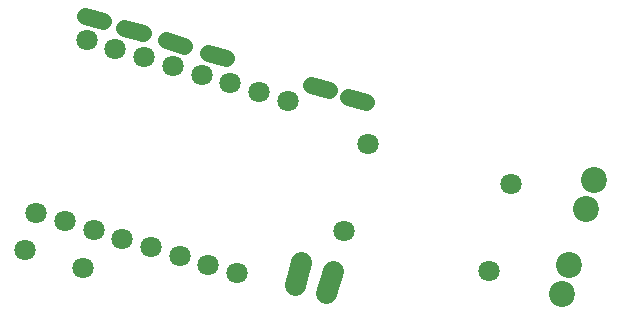
<source format=gbr>
%FSLAX34Y34*%
%MOMM*%
%LNSOLDERMASK_BOTTOM*%
G71*
G01*
%ADD10C,1.400*%
%ADD11C,1.800*%
%ADD12C,2.200*%
%ADD13C,1.800*%
%LPD*%
G54D10*
X149084Y241987D02*
X133704Y246397D01*
X319739Y74897D02*
G54D11*
D03*
X442120Y40958D02*
G54D11*
D03*
X461205Y114451D02*
G54D11*
D03*
X340103Y148325D02*
G54D11*
D03*
X504008Y21670D02*
G54D12*
D03*
X510582Y46205D02*
G54D12*
D03*
X98417Y43664D02*
G54D11*
D03*
X49968Y58940D02*
G54D11*
D03*
G54D10*
X115794Y252413D02*
X100413Y256823D01*
G54D10*
X184374Y231561D02*
X168994Y235971D01*
G54D10*
X219941Y221095D02*
X204561Y225505D01*
X101789Y236408D02*
G54D11*
D03*
X126105Y229067D02*
G54D11*
D03*
X150421Y221725D02*
G54D11*
D03*
X199053Y207042D02*
G54D11*
D03*
X223368Y199701D02*
G54D11*
D03*
X247685Y192360D02*
G54D11*
D03*
X272000Y185018D02*
G54D11*
D03*
X174737Y214384D02*
G54D11*
D03*
X59016Y90134D02*
G54D11*
D03*
X83332Y82792D02*
G54D11*
D03*
X107647Y75451D02*
G54D11*
D03*
X156279Y60768D02*
G54D11*
D03*
X180595Y53426D02*
G54D11*
D03*
X204911Y46085D02*
G54D11*
D03*
X229227Y38744D02*
G54D11*
D03*
X131963Y68110D02*
G54D11*
D03*
X524812Y93128D02*
G54D12*
D03*
X531386Y117663D02*
G54D12*
D03*
G54D13*
X277775Y29162D02*
X283288Y48387D01*
G54D13*
X304844Y21931D02*
X310356Y41157D01*
G54D10*
X291350Y198339D02*
X306650Y193661D01*
G54D10*
X323350Y188339D02*
X338650Y183661D01*
M02*

</source>
